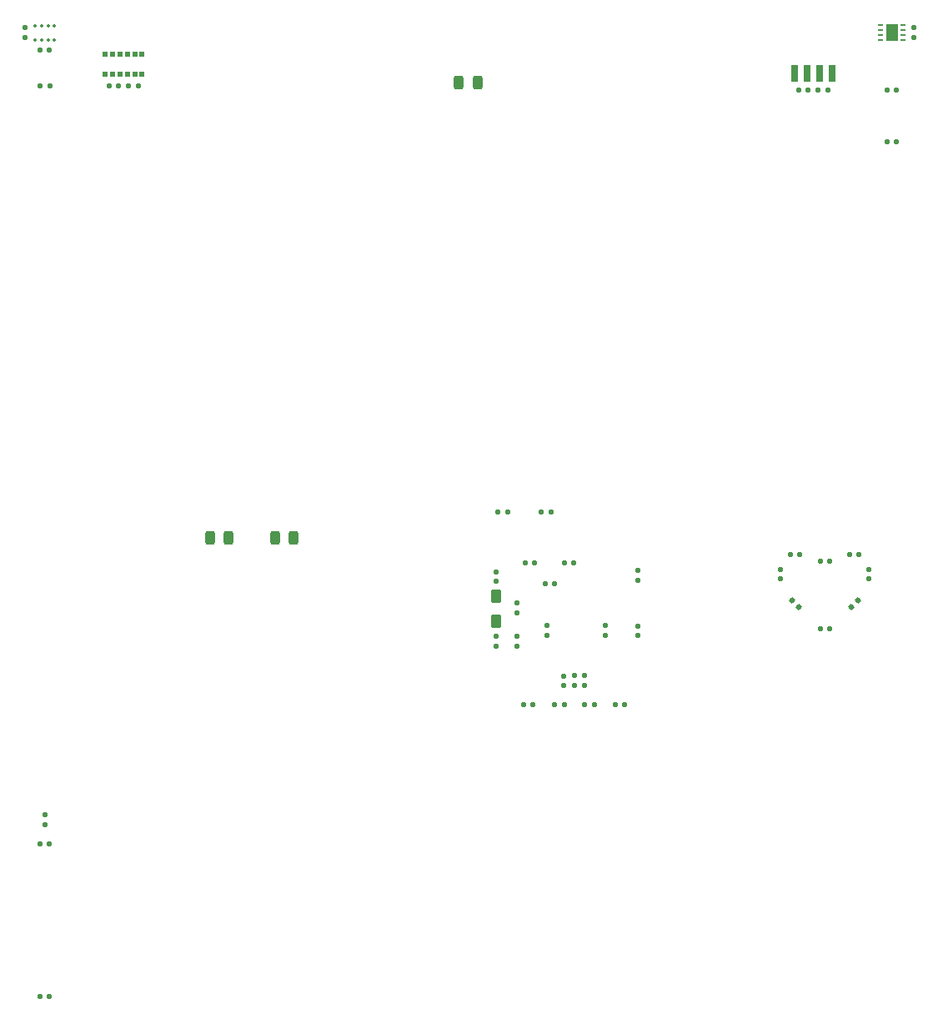
<source format=gtp>
G04 #@! TF.GenerationSoftware,KiCad,Pcbnew,7.0.11-2.fc39*
G04 #@! TF.CreationDate,2024-07-11T17:37:28+01:00*
G04 #@! TF.ProjectId,msf-owl-clock,6d73662d-6f77-46c2-9d63-6c6f636b2e6b,0.1*
G04 #@! TF.SameCoordinates,Original*
G04 #@! TF.FileFunction,Paste,Top*
G04 #@! TF.FilePolarity,Positive*
%FSLAX46Y46*%
G04 Gerber Fmt 4.6, Leading zero omitted, Abs format (unit mm)*
G04 Created by KiCad (PCBNEW 7.0.11-2.fc39) date 2024-07-11 17:37:28*
%MOMM*%
%LPD*%
G01*
G04 APERTURE LIST*
G04 Aperture macros list*
%AMRoundRect*
0 Rectangle with rounded corners*
0 $1 Rounding radius*
0 $2 $3 $4 $5 $6 $7 $8 $9 X,Y pos of 4 corners*
0 Add a 4 corners polygon primitive as box body*
4,1,4,$2,$3,$4,$5,$6,$7,$8,$9,$2,$3,0*
0 Add four circle primitives for the rounded corners*
1,1,$1+$1,$2,$3*
1,1,$1+$1,$4,$5*
1,1,$1+$1,$6,$7*
1,1,$1+$1,$8,$9*
0 Add four rect primitives between the rounded corners*
20,1,$1+$1,$2,$3,$4,$5,0*
20,1,$1+$1,$4,$5,$6,$7,0*
20,1,$1+$1,$6,$7,$8,$9,0*
20,1,$1+$1,$8,$9,$2,$3,0*%
G04 Aperture macros list end*
%ADD10RoundRect,0.127300X-0.127300X-0.157300X0.127300X-0.157300X0.127300X0.157300X-0.127300X0.157300X0*%
%ADD11RoundRect,0.127300X-0.021213X0.201243X-0.201243X0.021213X0.021213X-0.201243X0.201243X-0.021213X0*%
%ADD12RoundRect,0.127300X0.157300X-0.127300X0.157300X0.127300X-0.157300X0.127300X-0.157300X-0.127300X0*%
%ADD13RoundRect,0.046825X-0.327775X-0.827775X0.327775X-0.827775X0.327775X0.827775X-0.327775X0.827775X0*%
%ADD14RoundRect,0.122300X0.172300X-0.122300X0.172300X0.122300X-0.172300X0.122300X-0.172300X-0.122300X0*%
%ADD15RoundRect,0.237300X0.237300X0.462300X-0.237300X0.462300X-0.237300X-0.462300X0.237300X-0.462300X0*%
%ADD16RoundRect,0.127300X0.127300X0.157300X-0.127300X0.157300X-0.127300X-0.157300X0.127300X-0.157300X0*%
%ADD17RoundRect,0.094920X-0.379680X0.579680X-0.379680X-0.579680X0.379680X-0.579680X0.379680X0.579680X0*%
%ADD18RoundRect,0.127300X-0.157300X0.127300X-0.157300X-0.127300X0.157300X-0.127300X0.157300X0.127300X0*%
%ADD19RoundRect,0.122300X0.122300X0.172300X-0.122300X0.172300X-0.122300X-0.172300X0.122300X-0.172300X0*%
%ADD20RoundRect,0.127300X0.201243X0.021213X0.021213X0.201243X-0.201243X-0.021213X-0.021213X-0.201243X0*%
%ADD21RoundRect,0.074800X0.074800X-0.074800X0.074800X0.074800X-0.074800X0.074800X-0.074800X-0.074800X0*%
%ADD22RoundRect,0.237300X-0.237300X-0.462300X0.237300X-0.462300X0.237300X0.462300X-0.237300X0.462300X0*%
%ADD23RoundRect,0.045382X-0.204218X0.229218X-0.204218X-0.229218X0.204218X-0.229218X0.204218X0.229218X0*%
%ADD24RoundRect,0.050000X-0.515000X-0.805000X0.515000X-0.805000X0.515000X0.805000X-0.515000X0.805000X0*%
%ADD25RoundRect,0.039840X-0.234760X-0.059760X0.234760X-0.059760X0.234760X0.059760X-0.234760X0.059760X0*%
%ADD26RoundRect,0.122300X-0.172300X0.122300X-0.172300X-0.122300X0.172300X-0.122300X0.172300X0.122300X0*%
G04 APERTURE END LIST*
D10*
X105770000Y-92800000D03*
X106730000Y-92800000D03*
D11*
X139539411Y-96660589D03*
X138860589Y-97339411D03*
D12*
X145200000Y-39480000D03*
X145200000Y-38520000D03*
D13*
X133095000Y-43100000D03*
X134365000Y-43100000D03*
X135635000Y-43100000D03*
X136905000Y-43100000D03*
D14*
X57000000Y-119410000D03*
X57000000Y-118390000D03*
D15*
X82250000Y-90300000D03*
X80350000Y-90300000D03*
D10*
X63520000Y-44400000D03*
X64480000Y-44400000D03*
D12*
X104900000Y-101280000D03*
X104900000Y-100320000D03*
D16*
X139680000Y-92000000D03*
X138720000Y-92000000D03*
X110730000Y-92800000D03*
X109770000Y-92800000D03*
D17*
X102800000Y-96200000D03*
X102800000Y-98800000D03*
D16*
X103980000Y-87709048D03*
X103020000Y-87709048D03*
D18*
X140700000Y-93520000D03*
X140700000Y-94480000D03*
D16*
X106580000Y-107200000D03*
X105620000Y-107200000D03*
X109730000Y-107200000D03*
X108770000Y-107200000D03*
D19*
X136510000Y-44800000D03*
X135490000Y-44800000D03*
D12*
X117200000Y-100230000D03*
X117200000Y-99270000D03*
D20*
X133539411Y-97339411D03*
X132860589Y-96660589D03*
D21*
X56025000Y-38275000D03*
X56675000Y-38275000D03*
X57325000Y-38275000D03*
X57975000Y-38275000D03*
X57975000Y-39725000D03*
X57325000Y-39725000D03*
X56675000Y-39725000D03*
X56025000Y-39725000D03*
D10*
X132720000Y-92000000D03*
X133680000Y-92000000D03*
D16*
X57480000Y-121400000D03*
X56520000Y-121400000D03*
D19*
X57510000Y-44400000D03*
X56490000Y-44400000D03*
D16*
X143480000Y-44800000D03*
X142520000Y-44800000D03*
D22*
X73750000Y-90300000D03*
X75650000Y-90300000D03*
D18*
X102800000Y-100320000D03*
X102800000Y-101280000D03*
D23*
X66875000Y-41200000D03*
X66125000Y-41200000D03*
X65375000Y-41200000D03*
X64625000Y-41200000D03*
X63875000Y-41200000D03*
X63125000Y-41200000D03*
X63125000Y-43200000D03*
X63875000Y-43200000D03*
X64625000Y-43200000D03*
X65375000Y-43200000D03*
X66125000Y-43200000D03*
X66875000Y-43200000D03*
D19*
X112810000Y-107200000D03*
X111790000Y-107200000D03*
D12*
X55000000Y-39480000D03*
X55000000Y-38520000D03*
D10*
X135720000Y-92700000D03*
X136680000Y-92700000D03*
D18*
X113900000Y-99220000D03*
X113900000Y-100180000D03*
D16*
X134480000Y-44800000D03*
X133520000Y-44800000D03*
D24*
X143000000Y-39000000D03*
D25*
X141850000Y-38250000D03*
X141850000Y-38750000D03*
X141850000Y-39250000D03*
X141850000Y-39750000D03*
X144150000Y-39750000D03*
X144150000Y-39250000D03*
X144150000Y-38750000D03*
X144150000Y-38250000D03*
D10*
X107820000Y-95000000D03*
X108780000Y-95000000D03*
D14*
X111800000Y-105310000D03*
X111800000Y-104290000D03*
D18*
X131700000Y-93520000D03*
X131700000Y-94480000D03*
D10*
X114920000Y-107200000D03*
X115880000Y-107200000D03*
D12*
X117200000Y-94580000D03*
X117200000Y-93620000D03*
D15*
X100950000Y-44100000D03*
X99050000Y-44100000D03*
D26*
X110750000Y-104290000D03*
X110750000Y-105310000D03*
D12*
X104900000Y-97880000D03*
X104900000Y-96920000D03*
D10*
X135720000Y-99500000D03*
X136680000Y-99500000D03*
X142520000Y-50100000D03*
X143480000Y-50100000D03*
D16*
X57480000Y-136900000D03*
X56520000Y-136900000D03*
D10*
X65520000Y-44400000D03*
X66480000Y-44400000D03*
D16*
X57480000Y-40800000D03*
X56520000Y-40800000D03*
D18*
X102800000Y-93770000D03*
X102800000Y-94730000D03*
D16*
X108380000Y-87700000D03*
X107420000Y-87700000D03*
D18*
X109700000Y-104320000D03*
X109700000Y-105280000D03*
D12*
X108000000Y-100180000D03*
X108000000Y-99220000D03*
M02*

</source>
